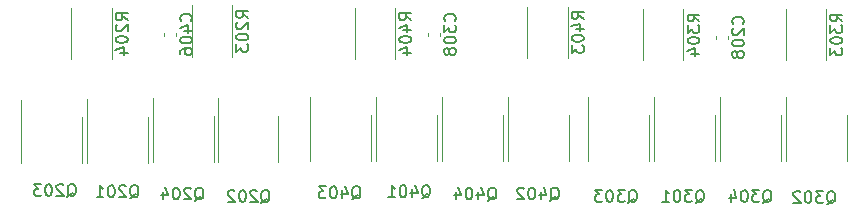
<source format=gbo>
G04 #@! TF.GenerationSoftware,KiCad,Pcbnew,5.1.8*
G04 #@! TF.CreationDate,2021-01-20T23:22:32-05:00*
G04 #@! TF.ProjectId,cnc-controller,636e632d-636f-46e7-9472-6f6c6c65722e,rev?*
G04 #@! TF.SameCoordinates,Original*
G04 #@! TF.FileFunction,Legend,Bot*
G04 #@! TF.FilePolarity,Positive*
%FSLAX46Y46*%
G04 Gerber Fmt 4.6, Leading zero omitted, Abs format (unit mm)*
G04 Created by KiCad (PCBNEW 5.1.8) date 2021-01-20 23:22:32*
%MOMM*%
%LPD*%
G01*
G04 APERTURE LIST*
%ADD10C,0.120000*%
%ADD11C,0.150000*%
G04 APERTURE END LIST*
D10*
X52490000Y-158577064D02*
X52490000Y-154222936D01*
X55910000Y-158577064D02*
X55910000Y-154222936D01*
X67090000Y-158477064D02*
X67090000Y-154122936D01*
X70510000Y-158477064D02*
X70510000Y-154122936D01*
X76890000Y-158677064D02*
X76890000Y-154322936D01*
X80310000Y-158677064D02*
X80310000Y-154322936D01*
X88990000Y-158677064D02*
X88990000Y-154322936D01*
X92410000Y-158677064D02*
X92410000Y-154322936D01*
X28490000Y-158577064D02*
X28490000Y-154222936D01*
X31910000Y-158577064D02*
X31910000Y-154222936D01*
X38690000Y-158377064D02*
X38690000Y-154022936D01*
X42110000Y-158377064D02*
X42110000Y-154022936D01*
X59886000Y-165254000D02*
X59886000Y-161804000D01*
X59886000Y-165254000D02*
X59886000Y-167204000D01*
X65006000Y-165254000D02*
X65006000Y-163304000D01*
X65006000Y-165254000D02*
X65006000Y-167204000D01*
X48710000Y-165254000D02*
X48710000Y-161804000D01*
X48710000Y-165254000D02*
X48710000Y-167204000D01*
X53830000Y-165254000D02*
X53830000Y-163304000D01*
X53830000Y-165254000D02*
X53830000Y-167204000D01*
X65474000Y-165254000D02*
X65474000Y-161804000D01*
X65474000Y-165254000D02*
X65474000Y-167204000D01*
X70594000Y-165254000D02*
X70594000Y-163304000D01*
X70594000Y-165254000D02*
X70594000Y-167204000D01*
X54298000Y-165254000D02*
X54298000Y-161804000D01*
X54298000Y-165254000D02*
X54298000Y-167204000D01*
X59418000Y-165254000D02*
X59418000Y-163304000D01*
X59418000Y-165254000D02*
X59418000Y-167204000D01*
X83424000Y-165254000D02*
X83424000Y-161804000D01*
X83424000Y-165254000D02*
X83424000Y-167204000D01*
X88544000Y-165254000D02*
X88544000Y-163304000D01*
X88544000Y-165254000D02*
X88544000Y-167204000D01*
X72248000Y-165254000D02*
X72248000Y-161804000D01*
X72248000Y-165254000D02*
X72248000Y-167204000D01*
X77368000Y-165254000D02*
X77368000Y-163304000D01*
X77368000Y-165254000D02*
X77368000Y-167204000D01*
X89012000Y-165254000D02*
X89012000Y-161804000D01*
X89012000Y-165254000D02*
X89012000Y-167204000D01*
X94132000Y-165254000D02*
X94132000Y-163304000D01*
X94132000Y-165254000D02*
X94132000Y-167204000D01*
X77836000Y-165254000D02*
X77836000Y-161804000D01*
X77836000Y-165254000D02*
X77836000Y-167204000D01*
X82956000Y-165254000D02*
X82956000Y-163304000D01*
X82956000Y-165254000D02*
X82956000Y-167204000D01*
X35446000Y-165350000D02*
X35446000Y-161900000D01*
X35446000Y-165350000D02*
X35446000Y-167300000D01*
X40566000Y-165350000D02*
X40566000Y-163400000D01*
X40566000Y-165350000D02*
X40566000Y-167300000D01*
X24270000Y-165454000D02*
X24270000Y-162004000D01*
X24270000Y-165454000D02*
X24270000Y-167404000D01*
X29390000Y-165454000D02*
X29390000Y-163504000D01*
X29390000Y-165454000D02*
X29390000Y-167404000D01*
X40910000Y-165350000D02*
X40910000Y-161900000D01*
X40910000Y-165350000D02*
X40910000Y-167300000D01*
X46030000Y-165350000D02*
X46030000Y-163400000D01*
X46030000Y-165350000D02*
X46030000Y-167300000D01*
X29858000Y-165400000D02*
X29858000Y-161950000D01*
X29858000Y-165400000D02*
X29858000Y-167350000D01*
X34978000Y-165400000D02*
X34978000Y-163450000D01*
X34978000Y-165400000D02*
X34978000Y-167350000D01*
X36320000Y-156604580D02*
X36320000Y-156323420D01*
X37340000Y-156604580D02*
X37340000Y-156323420D01*
X58672000Y-156604580D02*
X58672000Y-156323420D01*
X59692000Y-156604580D02*
X59692000Y-156323420D01*
X83056000Y-156858580D02*
X83056000Y-156577420D01*
X84076000Y-156858580D02*
X84076000Y-156577420D01*
D11*
X57272380Y-155280952D02*
X56796190Y-154947619D01*
X57272380Y-154709523D02*
X56272380Y-154709523D01*
X56272380Y-155090476D01*
X56320000Y-155185714D01*
X56367619Y-155233333D01*
X56462857Y-155280952D01*
X56605714Y-155280952D01*
X56700952Y-155233333D01*
X56748571Y-155185714D01*
X56796190Y-155090476D01*
X56796190Y-154709523D01*
X56605714Y-156138095D02*
X57272380Y-156138095D01*
X56224761Y-155900000D02*
X56939047Y-155661904D01*
X56939047Y-156280952D01*
X56272380Y-156852380D02*
X56272380Y-156947619D01*
X56320000Y-157042857D01*
X56367619Y-157090476D01*
X56462857Y-157138095D01*
X56653333Y-157185714D01*
X56891428Y-157185714D01*
X57081904Y-157138095D01*
X57177142Y-157090476D01*
X57224761Y-157042857D01*
X57272380Y-156947619D01*
X57272380Y-156852380D01*
X57224761Y-156757142D01*
X57177142Y-156709523D01*
X57081904Y-156661904D01*
X56891428Y-156614285D01*
X56653333Y-156614285D01*
X56462857Y-156661904D01*
X56367619Y-156709523D01*
X56320000Y-156757142D01*
X56272380Y-156852380D01*
X56605714Y-158042857D02*
X57272380Y-158042857D01*
X56224761Y-157804761D02*
X56939047Y-157566666D01*
X56939047Y-158185714D01*
X71872380Y-155180952D02*
X71396190Y-154847619D01*
X71872380Y-154609523D02*
X70872380Y-154609523D01*
X70872380Y-154990476D01*
X70920000Y-155085714D01*
X70967619Y-155133333D01*
X71062857Y-155180952D01*
X71205714Y-155180952D01*
X71300952Y-155133333D01*
X71348571Y-155085714D01*
X71396190Y-154990476D01*
X71396190Y-154609523D01*
X71205714Y-156038095D02*
X71872380Y-156038095D01*
X70824761Y-155800000D02*
X71539047Y-155561904D01*
X71539047Y-156180952D01*
X70872380Y-156752380D02*
X70872380Y-156847619D01*
X70920000Y-156942857D01*
X70967619Y-156990476D01*
X71062857Y-157038095D01*
X71253333Y-157085714D01*
X71491428Y-157085714D01*
X71681904Y-157038095D01*
X71777142Y-156990476D01*
X71824761Y-156942857D01*
X71872380Y-156847619D01*
X71872380Y-156752380D01*
X71824761Y-156657142D01*
X71777142Y-156609523D01*
X71681904Y-156561904D01*
X71491428Y-156514285D01*
X71253333Y-156514285D01*
X71062857Y-156561904D01*
X70967619Y-156609523D01*
X70920000Y-156657142D01*
X70872380Y-156752380D01*
X70872380Y-157419047D02*
X70872380Y-158038095D01*
X71253333Y-157704761D01*
X71253333Y-157847619D01*
X71300952Y-157942857D01*
X71348571Y-157990476D01*
X71443809Y-158038095D01*
X71681904Y-158038095D01*
X71777142Y-157990476D01*
X71824761Y-157942857D01*
X71872380Y-157847619D01*
X71872380Y-157561904D01*
X71824761Y-157466666D01*
X71777142Y-157419047D01*
X81672380Y-155380952D02*
X81196190Y-155047619D01*
X81672380Y-154809523D02*
X80672380Y-154809523D01*
X80672380Y-155190476D01*
X80720000Y-155285714D01*
X80767619Y-155333333D01*
X80862857Y-155380952D01*
X81005714Y-155380952D01*
X81100952Y-155333333D01*
X81148571Y-155285714D01*
X81196190Y-155190476D01*
X81196190Y-154809523D01*
X80672380Y-155714285D02*
X80672380Y-156333333D01*
X81053333Y-156000000D01*
X81053333Y-156142857D01*
X81100952Y-156238095D01*
X81148571Y-156285714D01*
X81243809Y-156333333D01*
X81481904Y-156333333D01*
X81577142Y-156285714D01*
X81624761Y-156238095D01*
X81672380Y-156142857D01*
X81672380Y-155857142D01*
X81624761Y-155761904D01*
X81577142Y-155714285D01*
X80672380Y-156952380D02*
X80672380Y-157047619D01*
X80720000Y-157142857D01*
X80767619Y-157190476D01*
X80862857Y-157238095D01*
X81053333Y-157285714D01*
X81291428Y-157285714D01*
X81481904Y-157238095D01*
X81577142Y-157190476D01*
X81624761Y-157142857D01*
X81672380Y-157047619D01*
X81672380Y-156952380D01*
X81624761Y-156857142D01*
X81577142Y-156809523D01*
X81481904Y-156761904D01*
X81291428Y-156714285D01*
X81053333Y-156714285D01*
X80862857Y-156761904D01*
X80767619Y-156809523D01*
X80720000Y-156857142D01*
X80672380Y-156952380D01*
X81005714Y-158142857D02*
X81672380Y-158142857D01*
X80624761Y-157904761D02*
X81339047Y-157666666D01*
X81339047Y-158285714D01*
X93772380Y-155380952D02*
X93296190Y-155047619D01*
X93772380Y-154809523D02*
X92772380Y-154809523D01*
X92772380Y-155190476D01*
X92820000Y-155285714D01*
X92867619Y-155333333D01*
X92962857Y-155380952D01*
X93105714Y-155380952D01*
X93200952Y-155333333D01*
X93248571Y-155285714D01*
X93296190Y-155190476D01*
X93296190Y-154809523D01*
X92772380Y-155714285D02*
X92772380Y-156333333D01*
X93153333Y-156000000D01*
X93153333Y-156142857D01*
X93200952Y-156238095D01*
X93248571Y-156285714D01*
X93343809Y-156333333D01*
X93581904Y-156333333D01*
X93677142Y-156285714D01*
X93724761Y-156238095D01*
X93772380Y-156142857D01*
X93772380Y-155857142D01*
X93724761Y-155761904D01*
X93677142Y-155714285D01*
X92772380Y-156952380D02*
X92772380Y-157047619D01*
X92820000Y-157142857D01*
X92867619Y-157190476D01*
X92962857Y-157238095D01*
X93153333Y-157285714D01*
X93391428Y-157285714D01*
X93581904Y-157238095D01*
X93677142Y-157190476D01*
X93724761Y-157142857D01*
X93772380Y-157047619D01*
X93772380Y-156952380D01*
X93724761Y-156857142D01*
X93677142Y-156809523D01*
X93581904Y-156761904D01*
X93391428Y-156714285D01*
X93153333Y-156714285D01*
X92962857Y-156761904D01*
X92867619Y-156809523D01*
X92820000Y-156857142D01*
X92772380Y-156952380D01*
X92772380Y-157619047D02*
X92772380Y-158238095D01*
X93153333Y-157904761D01*
X93153333Y-158047619D01*
X93200952Y-158142857D01*
X93248571Y-158190476D01*
X93343809Y-158238095D01*
X93581904Y-158238095D01*
X93677142Y-158190476D01*
X93724761Y-158142857D01*
X93772380Y-158047619D01*
X93772380Y-157761904D01*
X93724761Y-157666666D01*
X93677142Y-157619047D01*
X33272380Y-155280952D02*
X32796190Y-154947619D01*
X33272380Y-154709523D02*
X32272380Y-154709523D01*
X32272380Y-155090476D01*
X32320000Y-155185714D01*
X32367619Y-155233333D01*
X32462857Y-155280952D01*
X32605714Y-155280952D01*
X32700952Y-155233333D01*
X32748571Y-155185714D01*
X32796190Y-155090476D01*
X32796190Y-154709523D01*
X32367619Y-155661904D02*
X32320000Y-155709523D01*
X32272380Y-155804761D01*
X32272380Y-156042857D01*
X32320000Y-156138095D01*
X32367619Y-156185714D01*
X32462857Y-156233333D01*
X32558095Y-156233333D01*
X32700952Y-156185714D01*
X33272380Y-155614285D01*
X33272380Y-156233333D01*
X32272380Y-156852380D02*
X32272380Y-156947619D01*
X32320000Y-157042857D01*
X32367619Y-157090476D01*
X32462857Y-157138095D01*
X32653333Y-157185714D01*
X32891428Y-157185714D01*
X33081904Y-157138095D01*
X33177142Y-157090476D01*
X33224761Y-157042857D01*
X33272380Y-156947619D01*
X33272380Y-156852380D01*
X33224761Y-156757142D01*
X33177142Y-156709523D01*
X33081904Y-156661904D01*
X32891428Y-156614285D01*
X32653333Y-156614285D01*
X32462857Y-156661904D01*
X32367619Y-156709523D01*
X32320000Y-156757142D01*
X32272380Y-156852380D01*
X32605714Y-158042857D02*
X33272380Y-158042857D01*
X32224761Y-157804761D02*
X32939047Y-157566666D01*
X32939047Y-158185714D01*
X43472380Y-155080952D02*
X42996190Y-154747619D01*
X43472380Y-154509523D02*
X42472380Y-154509523D01*
X42472380Y-154890476D01*
X42520000Y-154985714D01*
X42567619Y-155033333D01*
X42662857Y-155080952D01*
X42805714Y-155080952D01*
X42900952Y-155033333D01*
X42948571Y-154985714D01*
X42996190Y-154890476D01*
X42996190Y-154509523D01*
X42567619Y-155461904D02*
X42520000Y-155509523D01*
X42472380Y-155604761D01*
X42472380Y-155842857D01*
X42520000Y-155938095D01*
X42567619Y-155985714D01*
X42662857Y-156033333D01*
X42758095Y-156033333D01*
X42900952Y-155985714D01*
X43472380Y-155414285D01*
X43472380Y-156033333D01*
X42472380Y-156652380D02*
X42472380Y-156747619D01*
X42520000Y-156842857D01*
X42567619Y-156890476D01*
X42662857Y-156938095D01*
X42853333Y-156985714D01*
X43091428Y-156985714D01*
X43281904Y-156938095D01*
X43377142Y-156890476D01*
X43424761Y-156842857D01*
X43472380Y-156747619D01*
X43472380Y-156652380D01*
X43424761Y-156557142D01*
X43377142Y-156509523D01*
X43281904Y-156461904D01*
X43091428Y-156414285D01*
X42853333Y-156414285D01*
X42662857Y-156461904D01*
X42567619Y-156509523D01*
X42520000Y-156557142D01*
X42472380Y-156652380D01*
X42472380Y-157319047D02*
X42472380Y-157938095D01*
X42853333Y-157604761D01*
X42853333Y-157747619D01*
X42900952Y-157842857D01*
X42948571Y-157890476D01*
X43043809Y-157938095D01*
X43281904Y-157938095D01*
X43377142Y-157890476D01*
X43424761Y-157842857D01*
X43472380Y-157747619D01*
X43472380Y-157461904D01*
X43424761Y-157366666D01*
X43377142Y-157319047D01*
X63747619Y-170547619D02*
X63842857Y-170500000D01*
X63938095Y-170404761D01*
X64080952Y-170261904D01*
X64176190Y-170214285D01*
X64271428Y-170214285D01*
X64223809Y-170452380D02*
X64319047Y-170404761D01*
X64414285Y-170309523D01*
X64461904Y-170119047D01*
X64461904Y-169785714D01*
X64414285Y-169595238D01*
X64319047Y-169500000D01*
X64223809Y-169452380D01*
X64033333Y-169452380D01*
X63938095Y-169500000D01*
X63842857Y-169595238D01*
X63795238Y-169785714D01*
X63795238Y-170119047D01*
X63842857Y-170309523D01*
X63938095Y-170404761D01*
X64033333Y-170452380D01*
X64223809Y-170452380D01*
X62938095Y-169785714D02*
X62938095Y-170452380D01*
X63176190Y-169404761D02*
X63414285Y-170119047D01*
X62795238Y-170119047D01*
X62223809Y-169452380D02*
X62128571Y-169452380D01*
X62033333Y-169500000D01*
X61985714Y-169547619D01*
X61938095Y-169642857D01*
X61890476Y-169833333D01*
X61890476Y-170071428D01*
X61938095Y-170261904D01*
X61985714Y-170357142D01*
X62033333Y-170404761D01*
X62128571Y-170452380D01*
X62223809Y-170452380D01*
X62319047Y-170404761D01*
X62366666Y-170357142D01*
X62414285Y-170261904D01*
X62461904Y-170071428D01*
X62461904Y-169833333D01*
X62414285Y-169642857D01*
X62366666Y-169547619D01*
X62319047Y-169500000D01*
X62223809Y-169452380D01*
X61033333Y-169785714D02*
X61033333Y-170452380D01*
X61271428Y-169404761D02*
X61509523Y-170119047D01*
X60890476Y-170119047D01*
X52247619Y-170447619D02*
X52342857Y-170400000D01*
X52438095Y-170304761D01*
X52580952Y-170161904D01*
X52676190Y-170114285D01*
X52771428Y-170114285D01*
X52723809Y-170352380D02*
X52819047Y-170304761D01*
X52914285Y-170209523D01*
X52961904Y-170019047D01*
X52961904Y-169685714D01*
X52914285Y-169495238D01*
X52819047Y-169400000D01*
X52723809Y-169352380D01*
X52533333Y-169352380D01*
X52438095Y-169400000D01*
X52342857Y-169495238D01*
X52295238Y-169685714D01*
X52295238Y-170019047D01*
X52342857Y-170209523D01*
X52438095Y-170304761D01*
X52533333Y-170352380D01*
X52723809Y-170352380D01*
X51438095Y-169685714D02*
X51438095Y-170352380D01*
X51676190Y-169304761D02*
X51914285Y-170019047D01*
X51295238Y-170019047D01*
X50723809Y-169352380D02*
X50628571Y-169352380D01*
X50533333Y-169400000D01*
X50485714Y-169447619D01*
X50438095Y-169542857D01*
X50390476Y-169733333D01*
X50390476Y-169971428D01*
X50438095Y-170161904D01*
X50485714Y-170257142D01*
X50533333Y-170304761D01*
X50628571Y-170352380D01*
X50723809Y-170352380D01*
X50819047Y-170304761D01*
X50866666Y-170257142D01*
X50914285Y-170161904D01*
X50961904Y-169971428D01*
X50961904Y-169733333D01*
X50914285Y-169542857D01*
X50866666Y-169447619D01*
X50819047Y-169400000D01*
X50723809Y-169352380D01*
X50057142Y-169352380D02*
X49438095Y-169352380D01*
X49771428Y-169733333D01*
X49628571Y-169733333D01*
X49533333Y-169780952D01*
X49485714Y-169828571D01*
X49438095Y-169923809D01*
X49438095Y-170161904D01*
X49485714Y-170257142D01*
X49533333Y-170304761D01*
X49628571Y-170352380D01*
X49914285Y-170352380D01*
X50009523Y-170304761D01*
X50057142Y-170257142D01*
X69047619Y-170547619D02*
X69142857Y-170500000D01*
X69238095Y-170404761D01*
X69380952Y-170261904D01*
X69476190Y-170214285D01*
X69571428Y-170214285D01*
X69523809Y-170452380D02*
X69619047Y-170404761D01*
X69714285Y-170309523D01*
X69761904Y-170119047D01*
X69761904Y-169785714D01*
X69714285Y-169595238D01*
X69619047Y-169500000D01*
X69523809Y-169452380D01*
X69333333Y-169452380D01*
X69238095Y-169500000D01*
X69142857Y-169595238D01*
X69095238Y-169785714D01*
X69095238Y-170119047D01*
X69142857Y-170309523D01*
X69238095Y-170404761D01*
X69333333Y-170452380D01*
X69523809Y-170452380D01*
X68238095Y-169785714D02*
X68238095Y-170452380D01*
X68476190Y-169404761D02*
X68714285Y-170119047D01*
X68095238Y-170119047D01*
X67523809Y-169452380D02*
X67428571Y-169452380D01*
X67333333Y-169500000D01*
X67285714Y-169547619D01*
X67238095Y-169642857D01*
X67190476Y-169833333D01*
X67190476Y-170071428D01*
X67238095Y-170261904D01*
X67285714Y-170357142D01*
X67333333Y-170404761D01*
X67428571Y-170452380D01*
X67523809Y-170452380D01*
X67619047Y-170404761D01*
X67666666Y-170357142D01*
X67714285Y-170261904D01*
X67761904Y-170071428D01*
X67761904Y-169833333D01*
X67714285Y-169642857D01*
X67666666Y-169547619D01*
X67619047Y-169500000D01*
X67523809Y-169452380D01*
X66809523Y-169547619D02*
X66761904Y-169500000D01*
X66666666Y-169452380D01*
X66428571Y-169452380D01*
X66333333Y-169500000D01*
X66285714Y-169547619D01*
X66238095Y-169642857D01*
X66238095Y-169738095D01*
X66285714Y-169880952D01*
X66857142Y-170452380D01*
X66238095Y-170452380D01*
X58147619Y-170347619D02*
X58242857Y-170300000D01*
X58338095Y-170204761D01*
X58480952Y-170061904D01*
X58576190Y-170014285D01*
X58671428Y-170014285D01*
X58623809Y-170252380D02*
X58719047Y-170204761D01*
X58814285Y-170109523D01*
X58861904Y-169919047D01*
X58861904Y-169585714D01*
X58814285Y-169395238D01*
X58719047Y-169300000D01*
X58623809Y-169252380D01*
X58433333Y-169252380D01*
X58338095Y-169300000D01*
X58242857Y-169395238D01*
X58195238Y-169585714D01*
X58195238Y-169919047D01*
X58242857Y-170109523D01*
X58338095Y-170204761D01*
X58433333Y-170252380D01*
X58623809Y-170252380D01*
X57338095Y-169585714D02*
X57338095Y-170252380D01*
X57576190Y-169204761D02*
X57814285Y-169919047D01*
X57195238Y-169919047D01*
X56623809Y-169252380D02*
X56528571Y-169252380D01*
X56433333Y-169300000D01*
X56385714Y-169347619D01*
X56338095Y-169442857D01*
X56290476Y-169633333D01*
X56290476Y-169871428D01*
X56338095Y-170061904D01*
X56385714Y-170157142D01*
X56433333Y-170204761D01*
X56528571Y-170252380D01*
X56623809Y-170252380D01*
X56719047Y-170204761D01*
X56766666Y-170157142D01*
X56814285Y-170061904D01*
X56861904Y-169871428D01*
X56861904Y-169633333D01*
X56814285Y-169442857D01*
X56766666Y-169347619D01*
X56719047Y-169300000D01*
X56623809Y-169252380D01*
X55338095Y-170252380D02*
X55909523Y-170252380D01*
X55623809Y-170252380D02*
X55623809Y-169252380D01*
X55719047Y-169395238D01*
X55814285Y-169490476D01*
X55909523Y-169538095D01*
X87047619Y-170747619D02*
X87142857Y-170700000D01*
X87238095Y-170604761D01*
X87380952Y-170461904D01*
X87476190Y-170414285D01*
X87571428Y-170414285D01*
X87523809Y-170652380D02*
X87619047Y-170604761D01*
X87714285Y-170509523D01*
X87761904Y-170319047D01*
X87761904Y-169985714D01*
X87714285Y-169795238D01*
X87619047Y-169700000D01*
X87523809Y-169652380D01*
X87333333Y-169652380D01*
X87238095Y-169700000D01*
X87142857Y-169795238D01*
X87095238Y-169985714D01*
X87095238Y-170319047D01*
X87142857Y-170509523D01*
X87238095Y-170604761D01*
X87333333Y-170652380D01*
X87523809Y-170652380D01*
X86761904Y-169652380D02*
X86142857Y-169652380D01*
X86476190Y-170033333D01*
X86333333Y-170033333D01*
X86238095Y-170080952D01*
X86190476Y-170128571D01*
X86142857Y-170223809D01*
X86142857Y-170461904D01*
X86190476Y-170557142D01*
X86238095Y-170604761D01*
X86333333Y-170652380D01*
X86619047Y-170652380D01*
X86714285Y-170604761D01*
X86761904Y-170557142D01*
X85523809Y-169652380D02*
X85428571Y-169652380D01*
X85333333Y-169700000D01*
X85285714Y-169747619D01*
X85238095Y-169842857D01*
X85190476Y-170033333D01*
X85190476Y-170271428D01*
X85238095Y-170461904D01*
X85285714Y-170557142D01*
X85333333Y-170604761D01*
X85428571Y-170652380D01*
X85523809Y-170652380D01*
X85619047Y-170604761D01*
X85666666Y-170557142D01*
X85714285Y-170461904D01*
X85761904Y-170271428D01*
X85761904Y-170033333D01*
X85714285Y-169842857D01*
X85666666Y-169747619D01*
X85619047Y-169700000D01*
X85523809Y-169652380D01*
X84333333Y-169985714D02*
X84333333Y-170652380D01*
X84571428Y-169604761D02*
X84809523Y-170319047D01*
X84190476Y-170319047D01*
X75647619Y-170747619D02*
X75742857Y-170700000D01*
X75838095Y-170604761D01*
X75980952Y-170461904D01*
X76076190Y-170414285D01*
X76171428Y-170414285D01*
X76123809Y-170652380D02*
X76219047Y-170604761D01*
X76314285Y-170509523D01*
X76361904Y-170319047D01*
X76361904Y-169985714D01*
X76314285Y-169795238D01*
X76219047Y-169700000D01*
X76123809Y-169652380D01*
X75933333Y-169652380D01*
X75838095Y-169700000D01*
X75742857Y-169795238D01*
X75695238Y-169985714D01*
X75695238Y-170319047D01*
X75742857Y-170509523D01*
X75838095Y-170604761D01*
X75933333Y-170652380D01*
X76123809Y-170652380D01*
X75361904Y-169652380D02*
X74742857Y-169652380D01*
X75076190Y-170033333D01*
X74933333Y-170033333D01*
X74838095Y-170080952D01*
X74790476Y-170128571D01*
X74742857Y-170223809D01*
X74742857Y-170461904D01*
X74790476Y-170557142D01*
X74838095Y-170604761D01*
X74933333Y-170652380D01*
X75219047Y-170652380D01*
X75314285Y-170604761D01*
X75361904Y-170557142D01*
X74123809Y-169652380D02*
X74028571Y-169652380D01*
X73933333Y-169700000D01*
X73885714Y-169747619D01*
X73838095Y-169842857D01*
X73790476Y-170033333D01*
X73790476Y-170271428D01*
X73838095Y-170461904D01*
X73885714Y-170557142D01*
X73933333Y-170604761D01*
X74028571Y-170652380D01*
X74123809Y-170652380D01*
X74219047Y-170604761D01*
X74266666Y-170557142D01*
X74314285Y-170461904D01*
X74361904Y-170271428D01*
X74361904Y-170033333D01*
X74314285Y-169842857D01*
X74266666Y-169747619D01*
X74219047Y-169700000D01*
X74123809Y-169652380D01*
X73457142Y-169652380D02*
X72838095Y-169652380D01*
X73171428Y-170033333D01*
X73028571Y-170033333D01*
X72933333Y-170080952D01*
X72885714Y-170128571D01*
X72838095Y-170223809D01*
X72838095Y-170461904D01*
X72885714Y-170557142D01*
X72933333Y-170604761D01*
X73028571Y-170652380D01*
X73314285Y-170652380D01*
X73409523Y-170604761D01*
X73457142Y-170557142D01*
X92447619Y-170847619D02*
X92542857Y-170800000D01*
X92638095Y-170704761D01*
X92780952Y-170561904D01*
X92876190Y-170514285D01*
X92971428Y-170514285D01*
X92923809Y-170752380D02*
X93019047Y-170704761D01*
X93114285Y-170609523D01*
X93161904Y-170419047D01*
X93161904Y-170085714D01*
X93114285Y-169895238D01*
X93019047Y-169800000D01*
X92923809Y-169752380D01*
X92733333Y-169752380D01*
X92638095Y-169800000D01*
X92542857Y-169895238D01*
X92495238Y-170085714D01*
X92495238Y-170419047D01*
X92542857Y-170609523D01*
X92638095Y-170704761D01*
X92733333Y-170752380D01*
X92923809Y-170752380D01*
X92161904Y-169752380D02*
X91542857Y-169752380D01*
X91876190Y-170133333D01*
X91733333Y-170133333D01*
X91638095Y-170180952D01*
X91590476Y-170228571D01*
X91542857Y-170323809D01*
X91542857Y-170561904D01*
X91590476Y-170657142D01*
X91638095Y-170704761D01*
X91733333Y-170752380D01*
X92019047Y-170752380D01*
X92114285Y-170704761D01*
X92161904Y-170657142D01*
X90923809Y-169752380D02*
X90828571Y-169752380D01*
X90733333Y-169800000D01*
X90685714Y-169847619D01*
X90638095Y-169942857D01*
X90590476Y-170133333D01*
X90590476Y-170371428D01*
X90638095Y-170561904D01*
X90685714Y-170657142D01*
X90733333Y-170704761D01*
X90828571Y-170752380D01*
X90923809Y-170752380D01*
X91019047Y-170704761D01*
X91066666Y-170657142D01*
X91114285Y-170561904D01*
X91161904Y-170371428D01*
X91161904Y-170133333D01*
X91114285Y-169942857D01*
X91066666Y-169847619D01*
X91019047Y-169800000D01*
X90923809Y-169752380D01*
X90209523Y-169847619D02*
X90161904Y-169800000D01*
X90066666Y-169752380D01*
X89828571Y-169752380D01*
X89733333Y-169800000D01*
X89685714Y-169847619D01*
X89638095Y-169942857D01*
X89638095Y-170038095D01*
X89685714Y-170180952D01*
X90257142Y-170752380D01*
X89638095Y-170752380D01*
X81347619Y-170747619D02*
X81442857Y-170700000D01*
X81538095Y-170604761D01*
X81680952Y-170461904D01*
X81776190Y-170414285D01*
X81871428Y-170414285D01*
X81823809Y-170652380D02*
X81919047Y-170604761D01*
X82014285Y-170509523D01*
X82061904Y-170319047D01*
X82061904Y-169985714D01*
X82014285Y-169795238D01*
X81919047Y-169700000D01*
X81823809Y-169652380D01*
X81633333Y-169652380D01*
X81538095Y-169700000D01*
X81442857Y-169795238D01*
X81395238Y-169985714D01*
X81395238Y-170319047D01*
X81442857Y-170509523D01*
X81538095Y-170604761D01*
X81633333Y-170652380D01*
X81823809Y-170652380D01*
X81061904Y-169652380D02*
X80442857Y-169652380D01*
X80776190Y-170033333D01*
X80633333Y-170033333D01*
X80538095Y-170080952D01*
X80490476Y-170128571D01*
X80442857Y-170223809D01*
X80442857Y-170461904D01*
X80490476Y-170557142D01*
X80538095Y-170604761D01*
X80633333Y-170652380D01*
X80919047Y-170652380D01*
X81014285Y-170604761D01*
X81061904Y-170557142D01*
X79823809Y-169652380D02*
X79728571Y-169652380D01*
X79633333Y-169700000D01*
X79585714Y-169747619D01*
X79538095Y-169842857D01*
X79490476Y-170033333D01*
X79490476Y-170271428D01*
X79538095Y-170461904D01*
X79585714Y-170557142D01*
X79633333Y-170604761D01*
X79728571Y-170652380D01*
X79823809Y-170652380D01*
X79919047Y-170604761D01*
X79966666Y-170557142D01*
X80014285Y-170461904D01*
X80061904Y-170271428D01*
X80061904Y-170033333D01*
X80014285Y-169842857D01*
X79966666Y-169747619D01*
X79919047Y-169700000D01*
X79823809Y-169652380D01*
X78538095Y-170652380D02*
X79109523Y-170652380D01*
X78823809Y-170652380D02*
X78823809Y-169652380D01*
X78919047Y-169795238D01*
X79014285Y-169890476D01*
X79109523Y-169938095D01*
X38947619Y-170547619D02*
X39042857Y-170500000D01*
X39138095Y-170404761D01*
X39280952Y-170261904D01*
X39376190Y-170214285D01*
X39471428Y-170214285D01*
X39423809Y-170452380D02*
X39519047Y-170404761D01*
X39614285Y-170309523D01*
X39661904Y-170119047D01*
X39661904Y-169785714D01*
X39614285Y-169595238D01*
X39519047Y-169500000D01*
X39423809Y-169452380D01*
X39233333Y-169452380D01*
X39138095Y-169500000D01*
X39042857Y-169595238D01*
X38995238Y-169785714D01*
X38995238Y-170119047D01*
X39042857Y-170309523D01*
X39138095Y-170404761D01*
X39233333Y-170452380D01*
X39423809Y-170452380D01*
X38614285Y-169547619D02*
X38566666Y-169500000D01*
X38471428Y-169452380D01*
X38233333Y-169452380D01*
X38138095Y-169500000D01*
X38090476Y-169547619D01*
X38042857Y-169642857D01*
X38042857Y-169738095D01*
X38090476Y-169880952D01*
X38661904Y-170452380D01*
X38042857Y-170452380D01*
X37423809Y-169452380D02*
X37328571Y-169452380D01*
X37233333Y-169500000D01*
X37185714Y-169547619D01*
X37138095Y-169642857D01*
X37090476Y-169833333D01*
X37090476Y-170071428D01*
X37138095Y-170261904D01*
X37185714Y-170357142D01*
X37233333Y-170404761D01*
X37328571Y-170452380D01*
X37423809Y-170452380D01*
X37519047Y-170404761D01*
X37566666Y-170357142D01*
X37614285Y-170261904D01*
X37661904Y-170071428D01*
X37661904Y-169833333D01*
X37614285Y-169642857D01*
X37566666Y-169547619D01*
X37519047Y-169500000D01*
X37423809Y-169452380D01*
X36233333Y-169785714D02*
X36233333Y-170452380D01*
X36471428Y-169404761D02*
X36709523Y-170119047D01*
X36090476Y-170119047D01*
X28147619Y-170247619D02*
X28242857Y-170200000D01*
X28338095Y-170104761D01*
X28480952Y-169961904D01*
X28576190Y-169914285D01*
X28671428Y-169914285D01*
X28623809Y-170152380D02*
X28719047Y-170104761D01*
X28814285Y-170009523D01*
X28861904Y-169819047D01*
X28861904Y-169485714D01*
X28814285Y-169295238D01*
X28719047Y-169200000D01*
X28623809Y-169152380D01*
X28433333Y-169152380D01*
X28338095Y-169200000D01*
X28242857Y-169295238D01*
X28195238Y-169485714D01*
X28195238Y-169819047D01*
X28242857Y-170009523D01*
X28338095Y-170104761D01*
X28433333Y-170152380D01*
X28623809Y-170152380D01*
X27814285Y-169247619D02*
X27766666Y-169200000D01*
X27671428Y-169152380D01*
X27433333Y-169152380D01*
X27338095Y-169200000D01*
X27290476Y-169247619D01*
X27242857Y-169342857D01*
X27242857Y-169438095D01*
X27290476Y-169580952D01*
X27861904Y-170152380D01*
X27242857Y-170152380D01*
X26623809Y-169152380D02*
X26528571Y-169152380D01*
X26433333Y-169200000D01*
X26385714Y-169247619D01*
X26338095Y-169342857D01*
X26290476Y-169533333D01*
X26290476Y-169771428D01*
X26338095Y-169961904D01*
X26385714Y-170057142D01*
X26433333Y-170104761D01*
X26528571Y-170152380D01*
X26623809Y-170152380D01*
X26719047Y-170104761D01*
X26766666Y-170057142D01*
X26814285Y-169961904D01*
X26861904Y-169771428D01*
X26861904Y-169533333D01*
X26814285Y-169342857D01*
X26766666Y-169247619D01*
X26719047Y-169200000D01*
X26623809Y-169152380D01*
X25957142Y-169152380D02*
X25338095Y-169152380D01*
X25671428Y-169533333D01*
X25528571Y-169533333D01*
X25433333Y-169580952D01*
X25385714Y-169628571D01*
X25338095Y-169723809D01*
X25338095Y-169961904D01*
X25385714Y-170057142D01*
X25433333Y-170104761D01*
X25528571Y-170152380D01*
X25814285Y-170152380D01*
X25909523Y-170104761D01*
X25957142Y-170057142D01*
X44547619Y-170747619D02*
X44642857Y-170700000D01*
X44738095Y-170604761D01*
X44880952Y-170461904D01*
X44976190Y-170414285D01*
X45071428Y-170414285D01*
X45023809Y-170652380D02*
X45119047Y-170604761D01*
X45214285Y-170509523D01*
X45261904Y-170319047D01*
X45261904Y-169985714D01*
X45214285Y-169795238D01*
X45119047Y-169700000D01*
X45023809Y-169652380D01*
X44833333Y-169652380D01*
X44738095Y-169700000D01*
X44642857Y-169795238D01*
X44595238Y-169985714D01*
X44595238Y-170319047D01*
X44642857Y-170509523D01*
X44738095Y-170604761D01*
X44833333Y-170652380D01*
X45023809Y-170652380D01*
X44214285Y-169747619D02*
X44166666Y-169700000D01*
X44071428Y-169652380D01*
X43833333Y-169652380D01*
X43738095Y-169700000D01*
X43690476Y-169747619D01*
X43642857Y-169842857D01*
X43642857Y-169938095D01*
X43690476Y-170080952D01*
X44261904Y-170652380D01*
X43642857Y-170652380D01*
X43023809Y-169652380D02*
X42928571Y-169652380D01*
X42833333Y-169700000D01*
X42785714Y-169747619D01*
X42738095Y-169842857D01*
X42690476Y-170033333D01*
X42690476Y-170271428D01*
X42738095Y-170461904D01*
X42785714Y-170557142D01*
X42833333Y-170604761D01*
X42928571Y-170652380D01*
X43023809Y-170652380D01*
X43119047Y-170604761D01*
X43166666Y-170557142D01*
X43214285Y-170461904D01*
X43261904Y-170271428D01*
X43261904Y-170033333D01*
X43214285Y-169842857D01*
X43166666Y-169747619D01*
X43119047Y-169700000D01*
X43023809Y-169652380D01*
X42309523Y-169747619D02*
X42261904Y-169700000D01*
X42166666Y-169652380D01*
X41928571Y-169652380D01*
X41833333Y-169700000D01*
X41785714Y-169747619D01*
X41738095Y-169842857D01*
X41738095Y-169938095D01*
X41785714Y-170080952D01*
X42357142Y-170652380D01*
X41738095Y-170652380D01*
X33447619Y-170347619D02*
X33542857Y-170300000D01*
X33638095Y-170204761D01*
X33780952Y-170061904D01*
X33876190Y-170014285D01*
X33971428Y-170014285D01*
X33923809Y-170252380D02*
X34019047Y-170204761D01*
X34114285Y-170109523D01*
X34161904Y-169919047D01*
X34161904Y-169585714D01*
X34114285Y-169395238D01*
X34019047Y-169300000D01*
X33923809Y-169252380D01*
X33733333Y-169252380D01*
X33638095Y-169300000D01*
X33542857Y-169395238D01*
X33495238Y-169585714D01*
X33495238Y-169919047D01*
X33542857Y-170109523D01*
X33638095Y-170204761D01*
X33733333Y-170252380D01*
X33923809Y-170252380D01*
X33114285Y-169347619D02*
X33066666Y-169300000D01*
X32971428Y-169252380D01*
X32733333Y-169252380D01*
X32638095Y-169300000D01*
X32590476Y-169347619D01*
X32542857Y-169442857D01*
X32542857Y-169538095D01*
X32590476Y-169680952D01*
X33161904Y-170252380D01*
X32542857Y-170252380D01*
X31923809Y-169252380D02*
X31828571Y-169252380D01*
X31733333Y-169300000D01*
X31685714Y-169347619D01*
X31638095Y-169442857D01*
X31590476Y-169633333D01*
X31590476Y-169871428D01*
X31638095Y-170061904D01*
X31685714Y-170157142D01*
X31733333Y-170204761D01*
X31828571Y-170252380D01*
X31923809Y-170252380D01*
X32019047Y-170204761D01*
X32066666Y-170157142D01*
X32114285Y-170061904D01*
X32161904Y-169871428D01*
X32161904Y-169633333D01*
X32114285Y-169442857D01*
X32066666Y-169347619D01*
X32019047Y-169300000D01*
X31923809Y-169252380D01*
X30638095Y-170252380D02*
X31209523Y-170252380D01*
X30923809Y-170252380D02*
X30923809Y-169252380D01*
X31019047Y-169395238D01*
X31114285Y-169490476D01*
X31209523Y-169538095D01*
X38617142Y-155344952D02*
X38664761Y-155297333D01*
X38712380Y-155154476D01*
X38712380Y-155059238D01*
X38664761Y-154916380D01*
X38569523Y-154821142D01*
X38474285Y-154773523D01*
X38283809Y-154725904D01*
X38140952Y-154725904D01*
X37950476Y-154773523D01*
X37855238Y-154821142D01*
X37760000Y-154916380D01*
X37712380Y-155059238D01*
X37712380Y-155154476D01*
X37760000Y-155297333D01*
X37807619Y-155344952D01*
X38045714Y-156202095D02*
X38712380Y-156202095D01*
X37664761Y-155964000D02*
X38379047Y-155725904D01*
X38379047Y-156344952D01*
X37712380Y-156916380D02*
X37712380Y-157011619D01*
X37760000Y-157106857D01*
X37807619Y-157154476D01*
X37902857Y-157202095D01*
X38093333Y-157249714D01*
X38331428Y-157249714D01*
X38521904Y-157202095D01*
X38617142Y-157154476D01*
X38664761Y-157106857D01*
X38712380Y-157011619D01*
X38712380Y-156916380D01*
X38664761Y-156821142D01*
X38617142Y-156773523D01*
X38521904Y-156725904D01*
X38331428Y-156678285D01*
X38093333Y-156678285D01*
X37902857Y-156725904D01*
X37807619Y-156773523D01*
X37760000Y-156821142D01*
X37712380Y-156916380D01*
X37712380Y-158106857D02*
X37712380Y-157916380D01*
X37760000Y-157821142D01*
X37807619Y-157773523D01*
X37950476Y-157678285D01*
X38140952Y-157630666D01*
X38521904Y-157630666D01*
X38617142Y-157678285D01*
X38664761Y-157725904D01*
X38712380Y-157821142D01*
X38712380Y-158011619D01*
X38664761Y-158106857D01*
X38617142Y-158154476D01*
X38521904Y-158202095D01*
X38283809Y-158202095D01*
X38188571Y-158154476D01*
X38140952Y-158106857D01*
X38093333Y-158011619D01*
X38093333Y-157821142D01*
X38140952Y-157725904D01*
X38188571Y-157678285D01*
X38283809Y-157630666D01*
X60969142Y-155344952D02*
X61016761Y-155297333D01*
X61064380Y-155154476D01*
X61064380Y-155059238D01*
X61016761Y-154916380D01*
X60921523Y-154821142D01*
X60826285Y-154773523D01*
X60635809Y-154725904D01*
X60492952Y-154725904D01*
X60302476Y-154773523D01*
X60207238Y-154821142D01*
X60112000Y-154916380D01*
X60064380Y-155059238D01*
X60064380Y-155154476D01*
X60112000Y-155297333D01*
X60159619Y-155344952D01*
X60064380Y-155678285D02*
X60064380Y-156297333D01*
X60445333Y-155964000D01*
X60445333Y-156106857D01*
X60492952Y-156202095D01*
X60540571Y-156249714D01*
X60635809Y-156297333D01*
X60873904Y-156297333D01*
X60969142Y-156249714D01*
X61016761Y-156202095D01*
X61064380Y-156106857D01*
X61064380Y-155821142D01*
X61016761Y-155725904D01*
X60969142Y-155678285D01*
X60064380Y-156916380D02*
X60064380Y-157011619D01*
X60112000Y-157106857D01*
X60159619Y-157154476D01*
X60254857Y-157202095D01*
X60445333Y-157249714D01*
X60683428Y-157249714D01*
X60873904Y-157202095D01*
X60969142Y-157154476D01*
X61016761Y-157106857D01*
X61064380Y-157011619D01*
X61064380Y-156916380D01*
X61016761Y-156821142D01*
X60969142Y-156773523D01*
X60873904Y-156725904D01*
X60683428Y-156678285D01*
X60445333Y-156678285D01*
X60254857Y-156725904D01*
X60159619Y-156773523D01*
X60112000Y-156821142D01*
X60064380Y-156916380D01*
X60492952Y-157821142D02*
X60445333Y-157725904D01*
X60397714Y-157678285D01*
X60302476Y-157630666D01*
X60254857Y-157630666D01*
X60159619Y-157678285D01*
X60112000Y-157725904D01*
X60064380Y-157821142D01*
X60064380Y-158011619D01*
X60112000Y-158106857D01*
X60159619Y-158154476D01*
X60254857Y-158202095D01*
X60302476Y-158202095D01*
X60397714Y-158154476D01*
X60445333Y-158106857D01*
X60492952Y-158011619D01*
X60492952Y-157821142D01*
X60540571Y-157725904D01*
X60588190Y-157678285D01*
X60683428Y-157630666D01*
X60873904Y-157630666D01*
X60969142Y-157678285D01*
X61016761Y-157725904D01*
X61064380Y-157821142D01*
X61064380Y-158011619D01*
X61016761Y-158106857D01*
X60969142Y-158154476D01*
X60873904Y-158202095D01*
X60683428Y-158202095D01*
X60588190Y-158154476D01*
X60540571Y-158106857D01*
X60492952Y-158011619D01*
X85353142Y-155598952D02*
X85400761Y-155551333D01*
X85448380Y-155408476D01*
X85448380Y-155313238D01*
X85400761Y-155170380D01*
X85305523Y-155075142D01*
X85210285Y-155027523D01*
X85019809Y-154979904D01*
X84876952Y-154979904D01*
X84686476Y-155027523D01*
X84591238Y-155075142D01*
X84496000Y-155170380D01*
X84448380Y-155313238D01*
X84448380Y-155408476D01*
X84496000Y-155551333D01*
X84543619Y-155598952D01*
X84543619Y-155979904D02*
X84496000Y-156027523D01*
X84448380Y-156122761D01*
X84448380Y-156360857D01*
X84496000Y-156456095D01*
X84543619Y-156503714D01*
X84638857Y-156551333D01*
X84734095Y-156551333D01*
X84876952Y-156503714D01*
X85448380Y-155932285D01*
X85448380Y-156551333D01*
X84448380Y-157170380D02*
X84448380Y-157265619D01*
X84496000Y-157360857D01*
X84543619Y-157408476D01*
X84638857Y-157456095D01*
X84829333Y-157503714D01*
X85067428Y-157503714D01*
X85257904Y-157456095D01*
X85353142Y-157408476D01*
X85400761Y-157360857D01*
X85448380Y-157265619D01*
X85448380Y-157170380D01*
X85400761Y-157075142D01*
X85353142Y-157027523D01*
X85257904Y-156979904D01*
X85067428Y-156932285D01*
X84829333Y-156932285D01*
X84638857Y-156979904D01*
X84543619Y-157027523D01*
X84496000Y-157075142D01*
X84448380Y-157170380D01*
X84876952Y-158075142D02*
X84829333Y-157979904D01*
X84781714Y-157932285D01*
X84686476Y-157884666D01*
X84638857Y-157884666D01*
X84543619Y-157932285D01*
X84496000Y-157979904D01*
X84448380Y-158075142D01*
X84448380Y-158265619D01*
X84496000Y-158360857D01*
X84543619Y-158408476D01*
X84638857Y-158456095D01*
X84686476Y-158456095D01*
X84781714Y-158408476D01*
X84829333Y-158360857D01*
X84876952Y-158265619D01*
X84876952Y-158075142D01*
X84924571Y-157979904D01*
X84972190Y-157932285D01*
X85067428Y-157884666D01*
X85257904Y-157884666D01*
X85353142Y-157932285D01*
X85400761Y-157979904D01*
X85448380Y-158075142D01*
X85448380Y-158265619D01*
X85400761Y-158360857D01*
X85353142Y-158408476D01*
X85257904Y-158456095D01*
X85067428Y-158456095D01*
X84972190Y-158408476D01*
X84924571Y-158360857D01*
X84876952Y-158265619D01*
M02*

</source>
